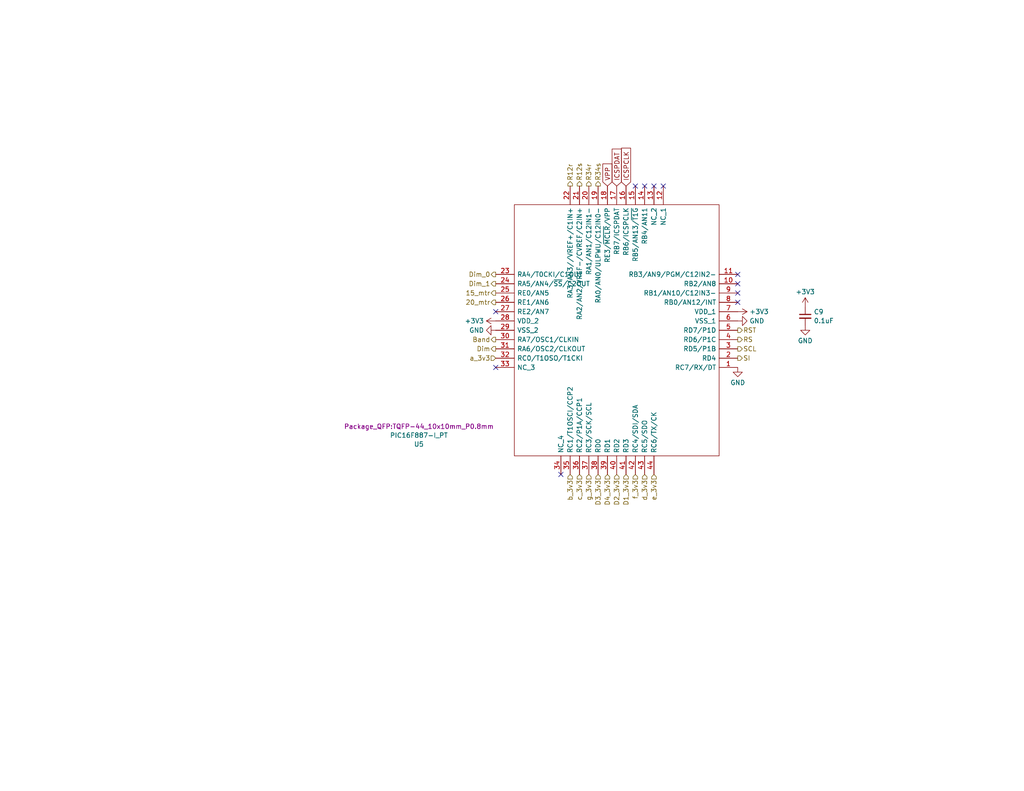
<source format=kicad_sch>
(kicad_sch (version 20230121) (generator eeschema)

  (uuid ce6d06dd-d385-4ce5-9448-6f15b826d4cf)

  (paper "USLetter")

  (title_block
    (title "TriBander Latching Relay Board w/LCD")
    (date "2024-Jan")
    (rev "1.0")
    (company "AI6XG")
  )

  (lib_symbols
    (symbol "AI6XG_Library:PIC16F887-I_PT" (pin_names (offset 0.762)) (in_bom yes) (on_board yes)
      (property "Reference" "U" (at 62.23 1.27 0)
        (effects (font (size 1.27 1.27)) (justify left))
      )
      (property "Value" "PIC16F887-I_PT" (at 62.23 -1.27 0)
        (effects (font (size 1.27 1.27)) (justify left))
      )
      (property "Footprint" "Package_QFP:TQFP-44_10x10mm_P0.8mm" (at 62.23 -3.81 0)
        (effects (font (size 1.27 1.27)) (justify left))
      )
      (property "Datasheet" "https://datasheet.datasheetarchive.com/originals/distributors/Datasheets-DGA25/1725155.pdf" (at 67.31 -50.8 0)
        (effects (font (size 1.27 1.27)) (justify left) hide)
      )
      (property "Description" "Microcontroller,PIC16F887-I/PT 20MHz" (at 67.31 -53.34 0)
        (effects (font (size 1.27 1.27)) (justify left) hide)
      )
      (property "Height" "1.2" (at 67.31 -55.88 0)
        (effects (font (size 1.27 1.27)) (justify left) hide)
      )
      (property "Mouser Part Number" "579-PIC16F887-I/PT" (at 67.31 -58.42 0)
        (effects (font (size 1.27 1.27)) (justify left) hide)
      )
      (property "Mouser Price/Stock" "https://www.mouser.co.uk/ProductDetail/Microchip-Technology/PIC16F887-I-PT?qs=tfKlksTaHW%2FVF6QLRBC8ZQ%3D%3D" (at 67.31 -60.96 0)
        (effects (font (size 1.27 1.27)) (justify left) hide)
      )
      (property "Manufacturer_Name" "Microchip" (at 67.31 -63.5 0)
        (effects (font (size 1.27 1.27)) (justify left) hide)
      )
      (property "Manufacturer_Part_Number" "PIC16F887-I/PT" (at 67.31 -66.04 0)
        (effects (font (size 1.27 1.27)) (justify left) hide)
      )
      (property "ki_description" "Microcontroller,PIC16F887-I/PT 20MHz" (at 0 0 0)
        (effects (font (size 1.27 1.27)) hide)
      )
      (symbol "PIC16F887-I_PT_0_0"
        (pin bidirectional line (at 0 -19.05 0) (length 5.08)
          (name "RC7/RX/DT" (effects (font (size 1.27 1.27))))
          (number "1" (effects (font (size 1.27 1.27))))
        )
        (pin passive line (at 0 -41.91 0) (length 5.08)
          (name "RB2/AN8" (effects (font (size 1.27 1.27))))
          (number "10" (effects (font (size 1.27 1.27))))
        )
        (pin passive line (at 0 -44.45 0) (length 5.08)
          (name "RB3/AN9/PGM/C12IN2-" (effects (font (size 1.27 1.27))))
          (number "11" (effects (font (size 1.27 1.27))))
        )
        (pin passive line (at 20.32 -68.58 90) (length 5.08)
          (name "NC_1" (effects (font (size 1.27 1.27))))
          (number "12" (effects (font (size 1.27 1.27))))
        )
        (pin passive line (at 22.86 -68.58 90) (length 5.08)
          (name "NC_2" (effects (font (size 1.27 1.27))))
          (number "13" (effects (font (size 1.27 1.27))))
        )
        (pin passive line (at 25.4 -68.58 90) (length 5.08)
          (name "RB4/AN11" (effects (font (size 1.27 1.27))))
          (number "14" (effects (font (size 1.27 1.27))))
        )
        (pin passive line (at 27.94 -68.58 90) (length 5.08)
          (name "RB5/AN13/~{T1G}" (effects (font (size 1.27 1.27))))
          (number "15" (effects (font (size 1.27 1.27))))
        )
        (pin passive line (at 30.48 -68.58 90) (length 5.08)
          (name "RB6/ICSPCLK" (effects (font (size 1.27 1.27))))
          (number "16" (effects (font (size 1.27 1.27))))
        )
        (pin passive line (at 33.02 -68.58 90) (length 5.08)
          (name "RB7/ICSPDAT" (effects (font (size 1.27 1.27))))
          (number "17" (effects (font (size 1.27 1.27))))
        )
        (pin passive line (at 35.56 -68.58 90) (length 5.08)
          (name "RE3/~{MCLR}/VPP" (effects (font (size 1.27 1.27))))
          (number "18" (effects (font (size 1.27 1.27))))
        )
        (pin passive line (at 38.1 -68.58 90) (length 5.08)
          (name "RA0/AN0/ULPWU/C12IN0-" (effects (font (size 1.27 1.27))))
          (number "19" (effects (font (size 1.27 1.27))))
        )
        (pin bidirectional line (at 0 -21.59 0) (length 5.08)
          (name "RD4" (effects (font (size 1.27 1.27))))
          (number "2" (effects (font (size 1.27 1.27))))
        )
        (pin passive line (at 40.64 -68.58 90) (length 5.08)
          (name "RA1/AN1/C12IN1-" (effects (font (size 1.27 1.27))))
          (number "20" (effects (font (size 1.27 1.27))))
        )
        (pin passive line (at 43.18 -68.58 90) (length 5.08)
          (name "RA2/AN2/VREF-/CVREF/C2IN+" (effects (font (size 1.27 1.27))))
          (number "21" (effects (font (size 1.27 1.27))))
        )
        (pin passive line (at 45.72 -68.58 90) (length 5.08)
          (name "RA3/AN3//VREF+/C1IN+" (effects (font (size 1.27 1.27))))
          (number "22" (effects (font (size 1.27 1.27))))
        )
        (pin passive line (at 66.04 -44.45 180) (length 5.08)
          (name "RA4/T0CKI/C1OUT" (effects (font (size 1.27 1.27))))
          (number "23" (effects (font (size 1.27 1.27))))
        )
        (pin passive line (at 66.04 -41.91 180) (length 5.08)
          (name "RA5/AN4/~{SS}/C2OUT" (effects (font (size 1.27 1.27))))
          (number "24" (effects (font (size 1.27 1.27))))
        )
        (pin passive line (at 66.04 -39.37 180) (length 5.08)
          (name "RE0/AN5" (effects (font (size 1.27 1.27))))
          (number "25" (effects (font (size 1.27 1.27))))
        )
        (pin passive line (at 66.04 -36.83 180) (length 5.08)
          (name "RE1/AN6" (effects (font (size 1.27 1.27))))
          (number "26" (effects (font (size 1.27 1.27))))
        )
        (pin passive line (at 66.04 -34.29 180) (length 5.08)
          (name "RE2/AN7" (effects (font (size 1.27 1.27))))
          (number "27" (effects (font (size 1.27 1.27))))
        )
        (pin passive line (at 66.04 -31.75 180) (length 5.08)
          (name "VDD_2" (effects (font (size 1.27 1.27))))
          (number "28" (effects (font (size 1.27 1.27))))
        )
        (pin passive line (at 66.04 -29.21 180) (length 5.08)
          (name "VSS_2" (effects (font (size 1.27 1.27))))
          (number "29" (effects (font (size 1.27 1.27))))
        )
        (pin passive line (at 66.04 -26.67 180) (length 5.08)
          (name "RA7/OSC1/CLKIN" (effects (font (size 1.27 1.27))))
          (number "30" (effects (font (size 1.27 1.27))))
        )
        (pin passive line (at 66.04 -24.13 180) (length 5.08)
          (name "RA6/OSC2/CLKOUT" (effects (font (size 1.27 1.27))))
          (number "31" (effects (font (size 1.27 1.27))))
        )
        (pin passive line (at 66.04 -21.59 180) (length 5.08)
          (name "RC0/T1OSO/T1CKI" (effects (font (size 1.27 1.27))))
          (number "32" (effects (font (size 1.27 1.27))))
        )
        (pin passive line (at 66.04 -19.05 180) (length 5.08)
          (name "NC_3" (effects (font (size 1.27 1.27))))
          (number "33" (effects (font (size 1.27 1.27))))
        )
        (pin passive line (at 48.26 10.16 270) (length 5.08)
          (name "NC_4" (effects (font (size 1.27 1.27))))
          (number "34" (effects (font (size 1.27 1.27))))
        )
        (pin passive line (at 45.72 10.16 270) (length 5.08)
          (name "RC1/T1OSCI/CCP2" (effects (font (size 1.27 1.27))))
          (number "35" (effects (font (size 1.27 1.27))))
        )
        (pin passive line (at 43.18 10.16 270) (length 5.08)
          (name "RC2/P1A/CCP1" (effects (font (size 1.27 1.27))))
          (number "36" (effects (font (size 1.27 1.27))))
        )
        (pin passive line (at 40.64 10.16 270) (length 5.08)
          (name "RC3/SCK/SCL" (effects (font (size 1.27 1.27))))
          (number "37" (effects (font (size 1.27 1.27))))
        )
        (pin passive line (at 38.1 10.16 270) (length 5.08)
          (name "RD0" (effects (font (size 1.27 1.27))))
          (number "38" (effects (font (size 1.27 1.27))))
        )
        (pin passive line (at 35.56 10.16 270) (length 5.08)
          (name "RD1" (effects (font (size 1.27 1.27))))
          (number "39" (effects (font (size 1.27 1.27))))
        )
        (pin passive line (at 0 -26.67 0) (length 5.08)
          (name "RD6/P1C" (effects (font (size 1.27 1.27))))
          (number "4" (effects (font (size 1.27 1.27))))
        )
        (pin passive line (at 33.02 10.16 270) (length 5.08)
          (name "RD2" (effects (font (size 1.27 1.27))))
          (number "40" (effects (font (size 1.27 1.27))))
        )
        (pin passive line (at 30.48 10.16 270) (length 5.08)
          (name "RD3" (effects (font (size 1.27 1.27))))
          (number "41" (effects (font (size 1.27 1.27))))
        )
        (pin passive line (at 27.94 10.16 270) (length 5.08)
          (name "RC4/SDI/SDA" (effects (font (size 1.27 1.27))))
          (number "42" (effects (font (size 1.27 1.27))))
        )
        (pin passive line (at 25.4 10.16 270) (length 5.08)
          (name "RC5/SDO" (effects (font (size 1.27 1.27))))
          (number "43" (effects (font (size 1.27 1.27))))
        )
        (pin passive line (at 22.86 10.16 270) (length 5.08)
          (name "RC6/TX/CK" (effects (font (size 1.27 1.27))))
          (number "44" (effects (font (size 1.27 1.27))))
        )
        (pin passive line (at 0 -29.21 0) (length 5.08)
          (name "RD7/P1D" (effects (font (size 1.27 1.27))))
          (number "5" (effects (font (size 1.27 1.27))))
        )
        (pin passive line (at 0 -31.75 0) (length 5.08)
          (name "VSS_1" (effects (font (size 1.27 1.27))))
          (number "6" (effects (font (size 1.27 1.27))))
        )
        (pin passive line (at 0 -34.29 0) (length 5.08)
          (name "VDD_1" (effects (font (size 1.27 1.27))))
          (number "7" (effects (font (size 1.27 1.27))))
        )
        (pin passive line (at 0 -36.83 0) (length 5.08)
          (name "RB0/AN12/INT" (effects (font (size 1.27 1.27))))
          (number "8" (effects (font (size 1.27 1.27))))
        )
        (pin passive line (at 0 -39.37 0) (length 5.08)
          (name "RB1/AN10/C12IN3-" (effects (font (size 1.27 1.27))))
          (number "9" (effects (font (size 1.27 1.27))))
        )
      )
      (symbol "PIC16F887-I_PT_0_1"
        (polyline
          (pts
            (xy 5.08 5.08)
            (xy 60.96 5.08)
            (xy 60.96 -63.5)
            (xy 5.08 -63.5)
            (xy 5.08 5.08)
          )
          (stroke (width 0.1524) (type default))
          (fill (type none))
        )
      )
      (symbol "PIC16F887-I_PT_1_0"
        (pin bidirectional line (at 0 -24.13 0) (length 5.08)
          (name "RD5/P1B" (effects (font (size 1.27 1.27))))
          (number "3" (effects (font (size 1.27 1.27))))
        )
      )
    )
    (symbol "Device:C_Small" (pin_numbers hide) (pin_names (offset 0.254) hide) (in_bom yes) (on_board yes)
      (property "Reference" "C" (at 0.254 1.778 0)
        (effects (font (size 1.27 1.27)) (justify left))
      )
      (property "Value" "C_Small" (at 0.254 -2.032 0)
        (effects (font (size 1.27 1.27)) (justify left))
      )
      (property "Footprint" "" (at 0 0 0)
        (effects (font (size 1.27 1.27)) hide)
      )
      (property "Datasheet" "~" (at 0 0 0)
        (effects (font (size 1.27 1.27)) hide)
      )
      (property "ki_keywords" "capacitor cap" (at 0 0 0)
        (effects (font (size 1.27 1.27)) hide)
      )
      (property "ki_description" "Unpolarized capacitor, small symbol" (at 0 0 0)
        (effects (font (size 1.27 1.27)) hide)
      )
      (property "ki_fp_filters" "C_*" (at 0 0 0)
        (effects (font (size 1.27 1.27)) hide)
      )
      (symbol "C_Small_0_1"
        (polyline
          (pts
            (xy -1.524 -0.508)
            (xy 1.524 -0.508)
          )
          (stroke (width 0.3302) (type default))
          (fill (type none))
        )
        (polyline
          (pts
            (xy -1.524 0.508)
            (xy 1.524 0.508)
          )
          (stroke (width 0.3048) (type default))
          (fill (type none))
        )
      )
      (symbol "C_Small_1_1"
        (pin passive line (at 0 2.54 270) (length 2.032)
          (name "~" (effects (font (size 1.27 1.27))))
          (number "1" (effects (font (size 1.27 1.27))))
        )
        (pin passive line (at 0 -2.54 90) (length 2.032)
          (name "~" (effects (font (size 1.27 1.27))))
          (number "2" (effects (font (size 1.27 1.27))))
        )
      )
    )
    (symbol "power:+3V3" (power) (pin_numbers hide) (pin_names (offset 0) hide) (in_bom yes) (on_board yes)
      (property "Reference" "#PWR" (at 0 -3.81 0)
        (effects (font (size 1.27 1.27)) hide)
      )
      (property "Value" "+3V3" (at 0 3.556 0)
        (effects (font (size 1.27 1.27)))
      )
      (property "Footprint" "" (at 0 0 0)
        (effects (font (size 1.27 1.27)) hide)
      )
      (property "Datasheet" "" (at 0 0 0)
        (effects (font (size 1.27 1.27)) hide)
      )
      (property "ki_keywords" "global power" (at 0 0 0)
        (effects (font (size 1.27 1.27)) hide)
      )
      (property "ki_description" "Power symbol creates a global label with name \"+3V3\"" (at 0 0 0)
        (effects (font (size 1.27 1.27)) hide)
      )
      (symbol "+3V3_0_1"
        (polyline
          (pts
            (xy -0.762 1.27)
            (xy 0 2.54)
          )
          (stroke (width 0) (type default))
          (fill (type none))
        )
        (polyline
          (pts
            (xy 0 0)
            (xy 0 2.54)
          )
          (stroke (width 0) (type default))
          (fill (type none))
        )
        (polyline
          (pts
            (xy 0 2.54)
            (xy 0.762 1.27)
          )
          (stroke (width 0) (type default))
          (fill (type none))
        )
      )
      (symbol "+3V3_1_1"
        (pin power_in line (at 0 0 90) (length 0) hide
          (name "+3V3" (effects (font (size 1.27 1.27))))
          (number "1" (effects (font (size 1.27 1.27))))
        )
      )
    )
    (symbol "power:GND" (power) (pin_numbers hide) (pin_names (offset 0) hide) (in_bom yes) (on_board yes)
      (property "Reference" "#PWR" (at 0 -6.35 0)
        (effects (font (size 1.27 1.27)) hide)
      )
      (property "Value" "GND" (at 0 -3.81 0)
        (effects (font (size 1.27 1.27)))
      )
      (property "Footprint" "" (at 0 0 0)
        (effects (font (size 1.27 1.27)) hide)
      )
      (property "Datasheet" "" (at 0 0 0)
        (effects (font (size 1.27 1.27)) hide)
      )
      (property "ki_keywords" "global power" (at 0 0 0)
        (effects (font (size 1.27 1.27)) hide)
      )
      (property "ki_description" "Power symbol creates a global label with name \"GND\" , ground" (at 0 0 0)
        (effects (font (size 1.27 1.27)) hide)
      )
      (symbol "GND_0_1"
        (polyline
          (pts
            (xy 0 0)
            (xy 0 -1.27)
            (xy 1.27 -1.27)
            (xy 0 -2.54)
            (xy -1.27 -1.27)
            (xy 0 -1.27)
          )
          (stroke (width 0) (type default))
          (fill (type none))
        )
      )
      (symbol "GND_1_1"
        (pin power_in line (at 0 0 270) (length 0) hide
          (name "GND" (effects (font (size 1.27 1.27))))
          (number "1" (effects (font (size 1.27 1.27))))
        )
      )
    )
  )


  (no_connect (at 201.295 80.01) (uuid 2a352fae-6ec5-4466-90aa-955b7641f3e4))
  (no_connect (at 201.295 77.47) (uuid 3e3a2324-e584-4934-bda5-04d013a1c6e5))
  (no_connect (at 135.255 85.09) (uuid 4c04bff9-9eb9-423c-84a9-8ebfd63b0c7b))
  (no_connect (at 201.295 74.93) (uuid 6528eb15-5c64-40c2-9869-e1d6da5192ee))
  (no_connect (at 175.895 50.8) (uuid 6f003a5a-bead-4786-89c2-8e98ec426b12))
  (no_connect (at 180.975 50.8) (uuid 7460a501-807d-4e7e-8a55-c41820c93a2f))
  (no_connect (at 135.255 100.33) (uuid 7cea3ebb-438c-452d-94b5-e131eeeb8f88))
  (no_connect (at 173.355 50.8) (uuid 8d364c37-7867-4c11-ac5b-4db0fdd91e71))
  (no_connect (at 178.435 50.8) (uuid a8849235-f61a-44ee-9975-9a65284ed2d5))
  (no_connect (at 153.035 129.54) (uuid e416c23f-ac9e-4376-a0d6-334c17044c4c))
  (no_connect (at 201.295 82.55) (uuid ee39b736-e1b8-4f46-b829-eaa7218cd42e))

  (global_label "VPP" (shape input) (at 165.735 50.8 90) (fields_autoplaced)
    (effects (font (size 1.27 1.27)) (justify left))
    (uuid 6fd5e2a8-2a63-44f1-83f2-65ffc9bea65a)
    (property "Intersheetrefs" "${INTERSHEET_REFS}" (at 165.735 44.1862 90)
      (effects (font (size 1.27 1.27)) (justify left) hide)
    )
  )
  (global_label "ICSPCLK" (shape input) (at 170.815 50.8 90) (fields_autoplaced)
    (effects (font (size 1.27 1.27)) (justify left))
    (uuid c3626154-0f0f-45ad-96bc-b88ebbeae968)
    (property "Intersheetrefs" "${INTERSHEET_REFS}" (at 170.815 39.8924 90)
      (effects (font (size 1.27 1.27)) (justify left) hide)
    )
  )
  (global_label "ICSPDAT" (shape input) (at 168.275 50.8 90) (fields_autoplaced)
    (effects (font (size 1.27 1.27)) (justify left))
    (uuid e257bf19-0d7f-419d-a965-82995880147f)
    (property "Intersheetrefs" "${INTERSHEET_REFS}" (at 168.275 40.1343 90)
      (effects (font (size 1.27 1.27)) (justify left) hide)
    )
  )

  (hierarchical_label "SI" (shape output) (at 201.295 97.79 0) (fields_autoplaced)
    (effects (font (size 1.27 1.27)) (justify left))
    (uuid 0940cf4f-fe5b-40fa-ab6b-4fa6ee04535d)
  )
  (hierarchical_label "R34s" (shape output) (at 163.195 50.8 90) (fields_autoplaced)
    (effects (font (size 1.27 1.27)) (justify left))
    (uuid 2332d27f-13f1-4bf0-8788-6b9c2c69c25b)
  )
  (hierarchical_label "D3_3v3" (shape input) (at 163.195 129.54 270) (fields_autoplaced)
    (effects (font (size 1.27 1.27)) (justify right))
    (uuid 358ed8e7-44d9-4a21-8957-a2c687e10c66)
  )
  (hierarchical_label "15_mtr" (shape output) (at 135.255 80.01 180) (fields_autoplaced)
    (effects (font (size 1.27 1.27)) (justify right))
    (uuid 44c34c6c-1ce3-4c6a-9328-a0bf6f34b9e0)
  )
  (hierarchical_label "Band" (shape output) (at 135.255 92.71 180) (fields_autoplaced)
    (effects (font (size 1.27 1.27)) (justify right))
    (uuid 4f92ac42-36b5-4071-bd02-ca76198df17e)
  )
  (hierarchical_label "20_mtr" (shape output) (at 135.255 82.55 180) (fields_autoplaced)
    (effects (font (size 1.27 1.27)) (justify right))
    (uuid 506934a6-21c0-47e7-93a5-6bde9d2af5bc)
  )
  (hierarchical_label "D4_3v3" (shape input) (at 165.735 129.54 270) (fields_autoplaced)
    (effects (font (size 1.27 1.27)) (justify right))
    (uuid 5268e318-6cf0-4e2e-887b-417ceeeafbd8)
  )
  (hierarchical_label "Dim" (shape output) (at 135.255 95.25 180) (fields_autoplaced)
    (effects (font (size 1.27 1.27)) (justify right))
    (uuid 64d1336d-4a19-4a62-b805-2aa9daa455d1)
  )
  (hierarchical_label "d_3v3" (shape input) (at 175.895 129.54 270) (fields_autoplaced)
    (effects (font (size 1.27 1.27)) (justify right))
    (uuid 6761490e-e27b-424d-ac46-bb6363c81ca1)
  )
  (hierarchical_label "R12r" (shape output) (at 155.575 50.8 90) (fields_autoplaced)
    (effects (font (size 1.27 1.27)) (justify left))
    (uuid 7013c31d-7b2c-495c-aedd-9667ffa9a87e)
  )
  (hierarchical_label "c_3v3" (shape input) (at 158.115 129.54 270) (fields_autoplaced)
    (effects (font (size 1.27 1.27)) (justify right))
    (uuid 74cede60-d51c-4f33-939d-485b400d47ab)
  )
  (hierarchical_label "a_3v3" (shape input) (at 135.255 97.79 180) (fields_autoplaced)
    (effects (font (size 1.27 1.27)) (justify right))
    (uuid 8bae2ef6-c39a-4efd-9d7f-64e743929983)
  )
  (hierarchical_label "SCL" (shape output) (at 201.295 95.25 0) (fields_autoplaced)
    (effects (font (size 1.27 1.27)) (justify left))
    (uuid 95e033d2-a416-4122-a284-48f06538dc89)
  )
  (hierarchical_label "g_3v3" (shape input) (at 160.655 129.54 270) (fields_autoplaced)
    (effects (font (size 1.27 1.27)) (justify right))
    (uuid 97d45746-fe38-4ec4-b8c8-16aa84844940)
  )
  (hierarchical_label "Dim_1" (shape output) (at 135.255 77.47 180) (fields_autoplaced)
    (effects (font (size 1.27 1.27)) (justify right))
    (uuid a04fa64d-1e60-424e-b9e8-c6b98eabf909)
  )
  (hierarchical_label "R34r" (shape output) (at 160.655 50.8 90) (fields_autoplaced)
    (effects (font (size 1.27 1.27)) (justify left))
    (uuid afb30d2a-aa87-409e-b97d-9c8e342e6600)
  )
  (hierarchical_label "D1_3v3" (shape input) (at 170.815 129.54 270) (fields_autoplaced)
    (effects (font (size 1.27 1.27)) (justify right))
    (uuid b0b710c5-57d8-499c-bec5-4f6e4be38fda)
  )
  (hierarchical_label "e_3v3" (shape input) (at 178.435 129.54 270) (fields_autoplaced)
    (effects (font (size 1.27 1.27)) (justify right))
    (uuid b1da1966-d8f2-4406-b1f3-d00f66ae66ed)
  )
  (hierarchical_label "b_3v3" (shape input) (at 155.575 129.54 270) (fields_autoplaced)
    (effects (font (size 1.27 1.27)) (justify right))
    (uuid b35eb105-9684-499f-bacb-cd9e36d7f3a5)
  )
  (hierarchical_label "RS" (shape output) (at 201.295 92.71 0) (fields_autoplaced)
    (effects (font (size 1.27 1.27)) (justify left))
    (uuid b41fda27-9e49-4ac4-9e05-5727a152947a)
  )
  (hierarchical_label "D2_3v3" (shape input) (at 168.275 129.54 270) (fields_autoplaced)
    (effects (font (size 1.27 1.27)) (justify right))
    (uuid bcef58e1-69a1-4086-a53f-eadcab39a488)
  )
  (hierarchical_label "R12s" (shape output) (at 158.115 50.8 90) (fields_autoplaced)
    (effects (font (size 1.27 1.27)) (justify left))
    (uuid c1cbe29e-1223-4395-b371-7495bade55b2)
  )
  (hierarchical_label "RST" (shape output) (at 201.295 90.17 0) (fields_autoplaced)
    (effects (font (size 1.27 1.27)) (justify left))
    (uuid c9db8ecd-7b8a-4b5c-b11d-0a6016928467)
  )
  (hierarchical_label "Dim_0" (shape output) (at 135.255 74.93 180) (fields_autoplaced)
    (effects (font (size 1.27 1.27)) (justify right))
    (uuid f61230ef-3c86-418c-a042-bd2e13bc70f7)
  )
  (hierarchical_label "f_3v3" (shape input) (at 173.355 129.54 270) (fields_autoplaced)
    (effects (font (size 1.27 1.27)) (justify right))
    (uuid faa2119f-fa9b-4e31-a78d-b7fdd0f12d5e)
  )

  (symbol (lib_id "power:GND") (at 135.255 90.17 270) (unit 1)
    (in_bom yes) (on_board yes) (dnp no) (fields_autoplaced)
    (uuid 06f7ef31-b6e2-4a61-af7d-0f3ab5512598)
    (property "Reference" "#PWR052" (at 128.905 90.17 0)
      (effects (font (size 1.27 1.27)) hide)
    )
    (property "Value" "GND" (at 132.08 90.17 90)
      (effects (font (size 1.27 1.27)) (justify right))
    )
    (property "Footprint" "" (at 135.255 90.17 0)
      (effects (font (size 1.27 1.27)) hide)
    )
    (property "Datasheet" "" (at 135.255 90.17 0)
      (effects (font (size 1.27 1.27)) hide)
    )
    (pin "1" (uuid 82289634-e8c6-4176-81d1-56b9a3cd8cef))
    (instances
      (project "Relay_LCD k7"
        (path "/60506b3f-c0a5-4ea7-bfdc-5cd73cb14972/392c16e2-3fd7-4320-ae3b-03632f9c8bad"
          (reference "#PWR052") (unit 1)
        )
      )
    )
  )

  (symbol (lib_id "power:+3V3") (at 135.255 87.63 90) (unit 1)
    (in_bom yes) (on_board yes) (dnp no) (fields_autoplaced)
    (uuid 1d6ede8a-881d-4afb-91bb-ce835676e45e)
    (property "Reference" "#PWR050" (at 139.065 87.63 0)
      (effects (font (size 1.27 1.27)) hide)
    )
    (property "Value" "+3V3" (at 132.08 87.63 90)
      (effects (font (size 1.27 1.27)) (justify left))
    )
    (property "Footprint" "" (at 135.255 87.63 0)
      (effects (font (size 1.27 1.27)) hide)
    )
    (property "Datasheet" "" (at 135.255 87.63 0)
      (effects (font (size 1.27 1.27)) hide)
    )
    (pin "1" (uuid e9dd1864-9e0a-4bb1-897e-535ae6cf1847))
    (instances
      (project "Relay_LCD k7"
        (path "/60506b3f-c0a5-4ea7-bfdc-5cd73cb14972/392c16e2-3fd7-4320-ae3b-03632f9c8bad"
          (reference "#PWR050") (unit 1)
        )
      )
    )
  )

  (symbol (lib_id "AI6XG_Library:PIC16F887-I_PT") (at 201.295 119.38 180) (unit 1)
    (in_bom yes) (on_board yes) (dnp no)
    (uuid 4fbb9bb3-ed0d-4aea-a305-d6e077aff7cd)
    (property "Reference" "U5" (at 114.3 121.285 0)
      (effects (font (size 1.27 1.27)))
    )
    (property "Value" "PIC16F887-I_PT" (at 114.3 118.8608 0)
      (effects (font (size 1.27 1.27)))
    )
    (property "Footprint" "Package_QFP:TQFP-44_10x10mm_P0.8mm" (at 114.3 116.4366 0)
      (effects (font (size 1.27 1.27)))
    )
    (property "Datasheet" "https://datasheet.datasheetarchive.com/originals/distributors/Datasheets-DGA25/1725155.pdf" (at 133.985 68.58 0)
      (effects (font (size 1.27 1.27)) (justify left) hide)
    )
    (property "Description" "Microcontroller,PIC16F887-I/PT 20MHz" (at 133.985 66.04 0)
      (effects (font (size 1.27 1.27)) (justify left) hide)
    )
    (property "Height" "1.2" (at 133.985 63.5 0)
      (effects (font (size 1.27 1.27)) (justify left) hide)
    )
    (property "Mouser Part Number" "579-PIC16F887-I/PT" (at 133.985 60.96 0)
      (effects (font (size 1.27 1.27)) (justify left) hide)
    )
    (property "Mouser Price/Stock" "https://www.mouser.co.uk/ProductDetail/Microchip-Technology/PIC16F887-I-PT?qs=tfKlksTaHW%2FVF6QLRBC8ZQ%3D%3D" (at 133.985 58.42 0)
      (effects (font (size 1.27 1.27)) (justify left) hide)
    )
    (property "Manufacturer_Name" "Microchip" (at 133.985 55.88 0)
      (effects (font (size 1.27 1.27)) (justify left) hide)
    )
    (property "Manufacturer_Part_Number" "PIC16F887-I/PT" (at 133.985 53.34 0)
      (effects (font (size 1.27 1.27)) (justify left) hide)
    )
    (pin "41" (uuid 8247a145-92dc-4c73-9744-6f8ad508aa2a))
    (pin "7" (uuid 0a9a20cb-5aa6-4532-9571-7e61eb59bacc))
    (pin "22" (uuid 1f75cdf1-7c21-43ef-92b1-225cb5e104d0))
    (pin "1" (uuid fd7b89dd-f010-490f-8c74-0e4994fd940f))
    (pin "44" (uuid d4353d56-a094-4295-b091-04770c031736))
    (pin "15" (uuid aafc5c3b-f0a3-463c-ad8d-5f5d9764e762))
    (pin "29" (uuid b00b1d84-b3a7-4520-8b11-a7a233400fc2))
    (pin "37" (uuid ee94d0f5-3d18-4d68-b08b-6ed315c1be10))
    (pin "6" (uuid b9ddb5f2-010f-46bf-b546-5d10c5a02a88))
    (pin "43" (uuid ad712804-188b-4487-92de-00a0f89ebefa))
    (pin "5" (uuid e22e98c7-3c82-4f6e-8e3d-fcb45de448c9))
    (pin "10" (uuid 536cc724-c9b6-4c36-9d11-12de001c835c))
    (pin "12" (uuid 4c1230ff-692a-47cc-ad24-f088149ce011))
    (pin "16" (uuid 37ec5243-2ffd-4ace-b809-fe827ecaed00))
    (pin "26" (uuid e2b2f09c-d418-4651-b882-2531e47f071d))
    (pin "20" (uuid 13f08984-e2eb-4b15-8a68-16ec9e0335a8))
    (pin "4" (uuid 63f7758f-7dc3-48bc-a767-87462413d5fc))
    (pin "8" (uuid d22e2a72-d041-479f-8907-798edca6ac14))
    (pin "9" (uuid 6ea5a931-934a-4687-81f3-edc0afdfb770))
    (pin "36" (uuid 52be5cbc-0c2e-4270-b538-8a2d6cc433c3))
    (pin "35" (uuid 4c3a7fcd-4bea-45e2-bdfb-36941a142bb2))
    (pin "24" (uuid ce5b3bf2-cd1d-4094-bf6f-3346ddd3accc))
    (pin "32" (uuid c66fa96a-491b-46bf-865c-5bcf1ef05050))
    (pin "3" (uuid f6a2b55f-bf00-4613-a632-0ac63ea381ce))
    (pin "11" (uuid 9cbfa2d3-9741-41b2-b068-22dfb6ccdde0))
    (pin "38" (uuid c55571e7-b91c-4013-a5c0-ba0b47417acd))
    (pin "34" (uuid c2cb7f32-8d20-4392-be5b-6683a6662f69))
    (pin "21" (uuid 2ba2d2fe-730c-4e60-9e93-edd5e2616d7a))
    (pin "23" (uuid 037fb621-d116-4077-857d-dcb1fd855dcb))
    (pin "40" (uuid ebd442b5-91f2-4fbb-8cc7-14c0ba8252ce))
    (pin "42" (uuid 2314a1d6-a7ee-4f93-81ff-f029855299d9))
    (pin "13" (uuid 04424474-1a0f-4281-bb8c-fdfba90e5851))
    (pin "17" (uuid ee975ce1-bdfd-4c01-88dc-e6ef97c6e158))
    (pin "18" (uuid 028323a5-c862-440e-b3c9-5817ccd23f1b))
    (pin "27" (uuid ac652c86-7fe6-4e74-b8e5-a49b37ee1038))
    (pin "25" (uuid 4719cf3a-73b8-4f06-a458-f3c55f5b879b))
    (pin "14" (uuid 9b3f56cb-c679-4d22-a7bf-bbb7bbb00ca1))
    (pin "28" (uuid 8b078c91-93d3-480c-aa88-22134dacb533))
    (pin "19" (uuid 70832465-9d73-4480-9053-4a47cdc69046))
    (pin "2" (uuid 4794e37a-0e8d-490a-960e-bf895195f394))
    (pin "30" (uuid c183014c-8330-41f7-b114-6f0eb2439717))
    (pin "31" (uuid f3ee0c81-8b46-4e5c-8067-31d53e478651))
    (pin "33" (uuid 578a0a35-fb15-4324-a0ed-9a2345b9e97b))
    (pin "39" (uuid b0a62e4d-5953-4f0a-a40e-7d81bb04459d))
    (instances
      (project "Relay_LCD k7"
        (path "/60506b3f-c0a5-4ea7-bfdc-5cd73cb14972/392c16e2-3fd7-4320-ae3b-03632f9c8bad"
          (reference "U5") (unit 1)
        )
      )
    )
  )

  (symbol (lib_id "power:+3V3") (at 201.295 85.09 270) (unit 1)
    (in_bom yes) (on_board yes) (dnp no) (fields_autoplaced)
    (uuid 64b78ca8-1b24-45bd-8285-fd58e56ea78c)
    (property "Reference" "#PWR051" (at 197.485 85.09 0)
      (effects (font (size 1.27 1.27)) hide)
    )
    (property "Value" "+3V3" (at 204.47 85.09 90)
      (effects (font (size 1.27 1.27)) (justify left))
    )
    (property "Footprint" "" (at 201.295 85.09 0)
      (effects (font (size 1.27 1.27)) hide)
    )
    (property "Datasheet" "" (at 201.295 85.09 0)
      (effects (font (size 1.27 1.27)) hide)
    )
    (pin "1" (uuid c89307fd-9821-4f8f-9e2b-1f503afccc11))
    (instances
      (project "Relay_LCD k7"
        (path "/60506b3f-c0a5-4ea7-bfdc-5cd73cb14972/392c16e2-3fd7-4320-ae3b-03632f9c8bad"
          (reference "#PWR051") (unit 1)
        )
      )
    )
  )

  (symbol (lib_id "power:GND") (at 219.71 88.9 0) (unit 1)
    (in_bom yes) (on_board yes) (dnp no) (fields_autoplaced)
    (uuid 6ae686df-4d30-4952-8afd-6f2b59699095)
    (property "Reference" "#PWR048" (at 219.71 95.25 0)
      (effects (font (size 1.27 1.27)) hide)
    )
    (property "Value" "GND" (at 219.71 93.0331 0)
      (effects (font (size 1.27 1.27)))
    )
    (property "Footprint" "" (at 219.71 88.9 0)
      (effects (font (size 1.27 1.27)) hide)
    )
    (property "Datasheet" "" (at 219.71 88.9 0)
      (effects (font (size 1.27 1.27)) hide)
    )
    (pin "1" (uuid aa0cf43c-beff-4598-b729-ea4e8b344fae))
    (instances
      (project "Relay_LCD k7"
        (path "/60506b3f-c0a5-4ea7-bfdc-5cd73cb14972/392c16e2-3fd7-4320-ae3b-03632f9c8bad"
          (reference "#PWR048") (unit 1)
        )
      )
    )
  )

  (symbol (lib_id "power:GND") (at 201.295 100.33 0) (unit 1)
    (in_bom yes) (on_board yes) (dnp no) (fields_autoplaced)
    (uuid aa05d929-14fe-4f03-ae32-fccb1f102114)
    (property "Reference" "#PWR057" (at 201.295 106.68 0)
      (effects (font (size 1.27 1.27)) hide)
    )
    (property "Value" "GND" (at 201.295 104.4631 0)
      (effects (font (size 1.27 1.27)))
    )
    (property "Footprint" "" (at 201.295 100.33 0)
      (effects (font (size 1.27 1.27)) hide)
    )
    (property "Datasheet" "" (at 201.295 100.33 0)
      (effects (font (size 1.27 1.27)) hide)
    )
    (pin "1" (uuid 37beeb66-4647-41e9-ae4d-c6cf9bb36110))
    (instances
      (project "Relay_LCD k7"
        (path "/60506b3f-c0a5-4ea7-bfdc-5cd73cb14972/392c16e2-3fd7-4320-ae3b-03632f9c8bad"
          (reference "#PWR057") (unit 1)
        )
      )
    )
  )

  (symbol (lib_id "power:+3V3") (at 219.71 83.82 0) (unit 1)
    (in_bom yes) (on_board yes) (dnp no) (fields_autoplaced)
    (uuid cee24eb5-9ca7-45b1-9a67-89fe7f3a59b2)
    (property "Reference" "#PWR049" (at 219.71 87.63 0)
      (effects (font (size 1.27 1.27)) hide)
    )
    (property "Value" "+3V3" (at 219.71 79.6869 0)
      (effects (font (size 1.27 1.27)))
    )
    (property "Footprint" "" (at 219.71 83.82 0)
      (effects (font (size 1.27 1.27)) hide)
    )
    (property "Datasheet" "" (at 219.71 83.82 0)
      (effects (font (size 1.27 1.27)) hide)
    )
    (pin "1" (uuid 61235616-4dd4-4163-9686-86a1e8c6e336))
    (instances
      (project "Relay_LCD k7"
        (path "/60506b3f-c0a5-4ea7-bfdc-5cd73cb14972/392c16e2-3fd7-4320-ae3b-03632f9c8bad"
          (reference "#PWR049") (unit 1)
        )
      )
    )
  )

  (symbol (lib_id "power:GND") (at 201.295 87.63 90) (unit 1)
    (in_bom yes) (on_board yes) (dnp no) (fields_autoplaced)
    (uuid cf370630-49a1-4e2d-b12e-5952dffcfbed)
    (property "Reference" "#PWR053" (at 207.645 87.63 0)
      (effects (font (size 1.27 1.27)) hide)
    )
    (property "Value" "GND" (at 204.4699 87.63 90)
      (effects (font (size 1.27 1.27)) (justify right))
    )
    (property "Footprint" "" (at 201.295 87.63 0)
      (effects (font (size 1.27 1.27)) hide)
    )
    (property "Datasheet" "" (at 201.295 87.63 0)
      (effects (font (size 1.27 1.27)) hide)
    )
    (pin "1" (uuid 76e250fc-991e-4fe7-8b2a-0a5ed47d645d))
    (instances
      (project "Relay_LCD k7"
        (path "/60506b3f-c0a5-4ea7-bfdc-5cd73cb14972/392c16e2-3fd7-4320-ae3b-03632f9c8bad"
          (reference "#PWR053") (unit 1)
        )
      )
    )
  )

  (symbol (lib_id "Device:C_Small") (at 219.71 86.36 0) (unit 1)
    (in_bom yes) (on_board yes) (dnp no) (fields_autoplaced)
    (uuid ea7c7b5a-eca6-4cb3-9405-73b8a9e2f80f)
    (property "Reference" "C9" (at 222.0341 85.1542 0)
      (effects (font (size 1.27 1.27)) (justify left))
    )
    (property "Value" "0.1uF" (at 222.0341 87.5784 0)
      (effects (font (size 1.27 1.27)) (justify left))
    )
    (property "Footprint" "Capacitor_SMD:C_1206_3216Metric_Pad1.33x1.80mm_HandSolder" (at 219.71 86.36 0)
      (effects (font (size 1.27 1.27)) hide)
    )
    (property "Datasheet" "~" (at 219.71 86.36 0)
      (effects (font (size 1.27 1.27)) hide)
    )
    (pin "2" (uuid b5e89d86-fd3a-42e6-94f4-88ba1dea39f2))
    (pin "1" (uuid cae89568-0568-4117-b8c1-47dcb7aeb8af))
    (instances
      (project "Relay_LCD k7"
        (path "/60506b3f-c0a5-4ea7-bfdc-5cd73cb14972/392c16e2-3fd7-4320-ae3b-03632f9c8bad"
          (reference "C9") (unit 1)
        )
      )
    )
  )
)

</source>
